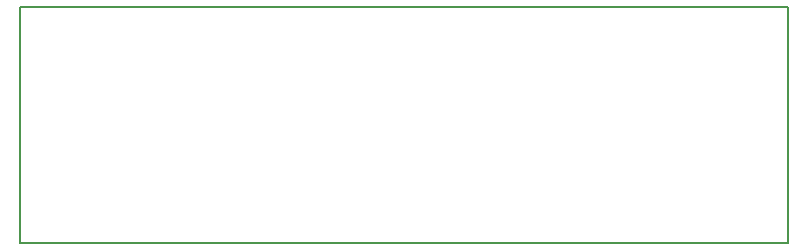
<source format=gbr>
G04 #@! TF.FileFunction,Profile,NP*
%FSLAX46Y46*%
G04 Gerber Fmt 4.6, Leading zero omitted, Abs format (unit mm)*
G04 Created by KiCad (PCBNEW 4.0.6+dfsg1-1) date Thu Jun 14 22:42:19 2018*
%MOMM*%
%LPD*%
G01*
G04 APERTURE LIST*
%ADD10C,0.100000*%
%ADD11C,0.150000*%
G04 APERTURE END LIST*
D10*
D11*
X90000000Y-67000000D02*
X155000000Y-67000000D01*
X90000000Y-87000000D02*
X90000000Y-67000000D01*
X155000000Y-87000000D02*
X90000000Y-87000000D01*
X155000000Y-67000000D02*
X155000000Y-87000000D01*
M02*

</source>
